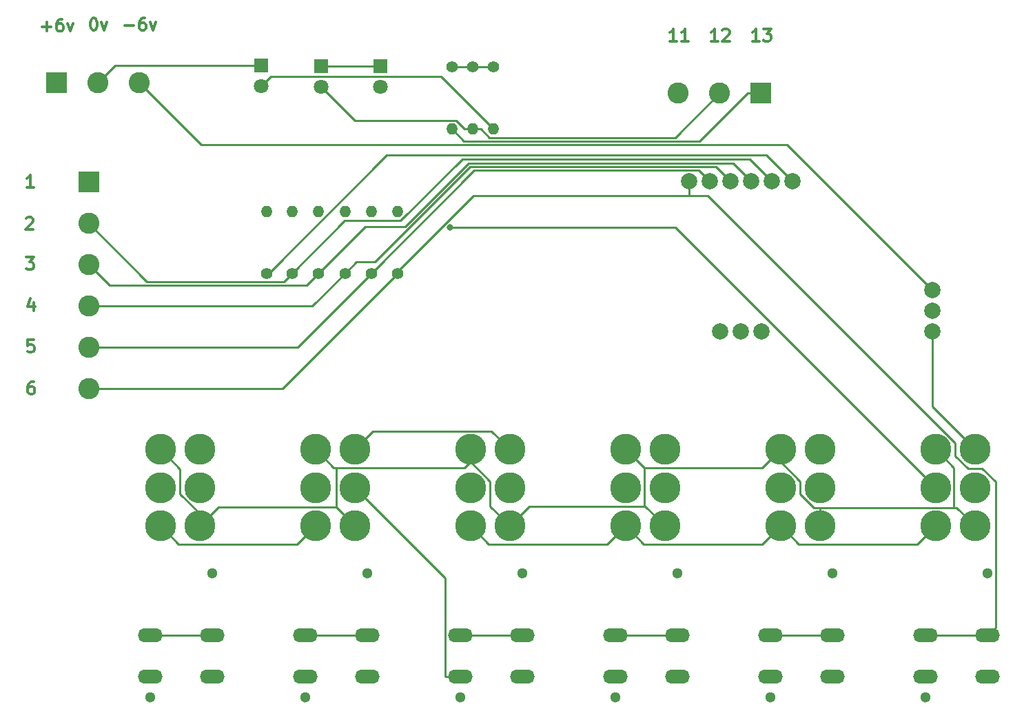
<source format=gbr>
G04 #@! TF.GenerationSoftware,KiCad,Pcbnew,(5.0.0)*
G04 #@! TF.CreationDate,2019-04-13T23:19:49+01:00*
G04 #@! TF.ProjectId,LS Tester,4C53205465737465722E6B696361645F,rev?*
G04 #@! TF.SameCoordinates,Original*
G04 #@! TF.FileFunction,Copper,L1,Top,Signal*
G04 #@! TF.FilePolarity,Positive*
%FSLAX46Y46*%
G04 Gerber Fmt 4.6, Leading zero omitted, Abs format (unit mm)*
G04 Created by KiCad (PCBNEW (5.0.0)) date 04/13/19 23:19:49*
%MOMM*%
%LPD*%
G01*
G04 APERTURE LIST*
G04 #@! TA.AperFunction,NonConductor*
%ADD10C,0.300000*%
G04 #@! TD*
G04 #@! TA.AperFunction,ComponentPad*
%ADD11C,1.300000*%
G04 #@! TD*
G04 #@! TA.AperFunction,ComponentPad*
%ADD12O,3.048000X1.727200*%
G04 #@! TD*
G04 #@! TA.AperFunction,ComponentPad*
%ADD13C,1.800000*%
G04 #@! TD*
G04 #@! TA.AperFunction,ComponentPad*
%ADD14R,1.800000X1.800000*%
G04 #@! TD*
G04 #@! TA.AperFunction,ComponentPad*
%ADD15C,2.000000*%
G04 #@! TD*
G04 #@! TA.AperFunction,ComponentPad*
%ADD16C,1.400000*%
G04 #@! TD*
G04 #@! TA.AperFunction,ComponentPad*
%ADD17O,1.400000X1.400000*%
G04 #@! TD*
G04 #@! TA.AperFunction,ComponentPad*
%ADD18C,3.810000*%
G04 #@! TD*
G04 #@! TA.AperFunction,ComponentPad*
%ADD19R,2.600000X2.600000*%
G04 #@! TD*
G04 #@! TA.AperFunction,ComponentPad*
%ADD20C,2.600000*%
G04 #@! TD*
G04 #@! TA.AperFunction,ViaPad*
%ADD21C,0.800000*%
G04 #@! TD*
G04 #@! TA.AperFunction,Conductor*
%ADD22C,0.250000*%
G04 #@! TD*
G04 APERTURE END LIST*
D10*
X194214785Y-59035071D02*
X193357642Y-59035071D01*
X193786214Y-59035071D02*
X193786214Y-57535071D01*
X193643357Y-57749357D01*
X193500500Y-57892214D01*
X193357642Y-57963642D01*
X194714785Y-57535071D02*
X195643357Y-57535071D01*
X195143357Y-58106500D01*
X195357642Y-58106500D01*
X195500500Y-58177928D01*
X195571928Y-58249357D01*
X195643357Y-58392214D01*
X195643357Y-58749357D01*
X195571928Y-58892214D01*
X195500500Y-58963642D01*
X195357642Y-59035071D01*
X194929071Y-59035071D01*
X194786214Y-58963642D01*
X194714785Y-58892214D01*
X189134785Y-59035071D02*
X188277642Y-59035071D01*
X188706214Y-59035071D02*
X188706214Y-57535071D01*
X188563357Y-57749357D01*
X188420500Y-57892214D01*
X188277642Y-57963642D01*
X189706214Y-57677928D02*
X189777642Y-57606500D01*
X189920500Y-57535071D01*
X190277642Y-57535071D01*
X190420500Y-57606500D01*
X190491928Y-57677928D01*
X190563357Y-57820785D01*
X190563357Y-57963642D01*
X190491928Y-58177928D01*
X189634785Y-59035071D01*
X190563357Y-59035071D01*
X184118285Y-59035071D02*
X183261142Y-59035071D01*
X183689714Y-59035071D02*
X183689714Y-57535071D01*
X183546857Y-57749357D01*
X183404000Y-57892214D01*
X183261142Y-57963642D01*
X185546857Y-59035071D02*
X184689714Y-59035071D01*
X185118285Y-59035071D02*
X185118285Y-57535071D01*
X184975428Y-57749357D01*
X184832571Y-57892214D01*
X184689714Y-57963642D01*
X116252857Y-57130142D02*
X117395714Y-57130142D01*
X118752857Y-56201571D02*
X118467142Y-56201571D01*
X118324285Y-56273000D01*
X118252857Y-56344428D01*
X118110000Y-56558714D01*
X118038571Y-56844428D01*
X118038571Y-57415857D01*
X118110000Y-57558714D01*
X118181428Y-57630142D01*
X118324285Y-57701571D01*
X118610000Y-57701571D01*
X118752857Y-57630142D01*
X118824285Y-57558714D01*
X118895714Y-57415857D01*
X118895714Y-57058714D01*
X118824285Y-56915857D01*
X118752857Y-56844428D01*
X118610000Y-56773000D01*
X118324285Y-56773000D01*
X118181428Y-56844428D01*
X118110000Y-56915857D01*
X118038571Y-57058714D01*
X119395714Y-56701571D02*
X119752857Y-57701571D01*
X120110000Y-56701571D01*
X112387142Y-56201571D02*
X112530000Y-56201571D01*
X112672857Y-56273000D01*
X112744285Y-56344428D01*
X112815714Y-56487285D01*
X112887142Y-56773000D01*
X112887142Y-57130142D01*
X112815714Y-57415857D01*
X112744285Y-57558714D01*
X112672857Y-57630142D01*
X112530000Y-57701571D01*
X112387142Y-57701571D01*
X112244285Y-57630142D01*
X112172857Y-57558714D01*
X112101428Y-57415857D01*
X112030000Y-57130142D01*
X112030000Y-56773000D01*
X112101428Y-56487285D01*
X112172857Y-56344428D01*
X112244285Y-56273000D01*
X112387142Y-56201571D01*
X113387142Y-56701571D02*
X113744285Y-57701571D01*
X114101428Y-56701571D01*
X106092857Y-57257142D02*
X107235714Y-57257142D01*
X106664285Y-57828571D02*
X106664285Y-56685714D01*
X108592857Y-56328571D02*
X108307142Y-56328571D01*
X108164285Y-56400000D01*
X108092857Y-56471428D01*
X107950000Y-56685714D01*
X107878571Y-56971428D01*
X107878571Y-57542857D01*
X107950000Y-57685714D01*
X108021428Y-57757142D01*
X108164285Y-57828571D01*
X108450000Y-57828571D01*
X108592857Y-57757142D01*
X108664285Y-57685714D01*
X108735714Y-57542857D01*
X108735714Y-57185714D01*
X108664285Y-57042857D01*
X108592857Y-56971428D01*
X108450000Y-56900000D01*
X108164285Y-56900000D01*
X108021428Y-56971428D01*
X107950000Y-57042857D01*
X107878571Y-57185714D01*
X109235714Y-56828571D02*
X109592857Y-57828571D01*
X109950000Y-56828571D01*
X105060714Y-100905571D02*
X104775000Y-100905571D01*
X104632142Y-100977000D01*
X104560714Y-101048428D01*
X104417857Y-101262714D01*
X104346428Y-101548428D01*
X104346428Y-102119857D01*
X104417857Y-102262714D01*
X104489285Y-102334142D01*
X104632142Y-102405571D01*
X104917857Y-102405571D01*
X105060714Y-102334142D01*
X105132142Y-102262714D01*
X105203571Y-102119857D01*
X105203571Y-101762714D01*
X105132142Y-101619857D01*
X105060714Y-101548428D01*
X104917857Y-101477000D01*
X104632142Y-101477000D01*
X104489285Y-101548428D01*
X104417857Y-101619857D01*
X104346428Y-101762714D01*
X105068642Y-95762071D02*
X104354357Y-95762071D01*
X104282928Y-96476357D01*
X104354357Y-96404928D01*
X104497214Y-96333500D01*
X104854357Y-96333500D01*
X104997214Y-96404928D01*
X105068642Y-96476357D01*
X105140071Y-96619214D01*
X105140071Y-96976357D01*
X105068642Y-97119214D01*
X104997214Y-97190642D01*
X104854357Y-97262071D01*
X104497214Y-97262071D01*
X104354357Y-97190642D01*
X104282928Y-97119214D01*
X105060714Y-91182071D02*
X105060714Y-92182071D01*
X104703571Y-90610642D02*
X104346428Y-91682071D01*
X105275000Y-91682071D01*
X104148000Y-85602071D02*
X105076571Y-85602071D01*
X104576571Y-86173500D01*
X104790857Y-86173500D01*
X104933714Y-86244928D01*
X105005142Y-86316357D01*
X105076571Y-86459214D01*
X105076571Y-86816357D01*
X105005142Y-86959214D01*
X104933714Y-87030642D01*
X104790857Y-87102071D01*
X104362285Y-87102071D01*
X104219428Y-87030642D01*
X104148000Y-86959214D01*
X104155928Y-80791928D02*
X104227357Y-80720500D01*
X104370214Y-80649071D01*
X104727357Y-80649071D01*
X104870214Y-80720500D01*
X104941642Y-80791928D01*
X105013071Y-80934785D01*
X105013071Y-81077642D01*
X104941642Y-81291928D01*
X104084500Y-82149071D01*
X105013071Y-82149071D01*
X105076571Y-77005571D02*
X104219428Y-77005571D01*
X104648000Y-77005571D02*
X104648000Y-75505571D01*
X104505142Y-75719857D01*
X104362285Y-75862714D01*
X104219428Y-75934142D01*
D11*
G04 #@! TO.P,SW1,4*
G04 #@! TO.N,N/C*
X127000000Y-124460000D03*
G04 #@! TO.P,SW1,3*
X119380000Y-139700000D03*
D12*
G04 #@! TO.P,SW1,1*
G04 #@! TO.N,Net-(SW1-Pad1)*
X119380000Y-137160000D03*
G04 #@! TO.P,SW1,0*
G04 #@! TO.N,1*
X119380000Y-132080000D03*
G04 #@! TO.P,SW1,2*
G04 #@! TO.N,N/C*
X127000000Y-137160000D03*
G04 #@! TO.P,SW1,0*
G04 #@! TO.N,1*
X127000000Y-132080000D03*
G04 #@! TD*
D11*
G04 #@! TO.P,SW2,4*
G04 #@! TO.N,N/C*
X165100000Y-124460000D03*
G04 #@! TO.P,SW2,3*
X157480000Y-139700000D03*
D12*
G04 #@! TO.P,SW2,1*
G04 #@! TO.N,Net-(SW2-Pad1)*
X157480000Y-137160000D03*
G04 #@! TO.P,SW2,0*
G04 #@! TO.N,2*
X157480000Y-132080000D03*
G04 #@! TO.P,SW2,2*
G04 #@! TO.N,N/C*
X165100000Y-137160000D03*
G04 #@! TO.P,SW2,0*
G04 #@! TO.N,2*
X165100000Y-132080000D03*
G04 #@! TD*
D11*
G04 #@! TO.P,SW3,4*
G04 #@! TO.N,N/C*
X146050000Y-124460000D03*
G04 #@! TO.P,SW3,3*
X138430000Y-139700000D03*
D12*
G04 #@! TO.P,SW3,1*
G04 #@! TO.N,Net-(SW3-Pad1)*
X138430000Y-137160000D03*
G04 #@! TO.P,SW3,0*
G04 #@! TO.N,3*
X138430000Y-132080000D03*
G04 #@! TO.P,SW3,2*
G04 #@! TO.N,N/C*
X146050000Y-137160000D03*
G04 #@! TO.P,SW3,0*
G04 #@! TO.N,3*
X146050000Y-132080000D03*
G04 #@! TD*
D11*
G04 #@! TO.P,SW4,4*
G04 #@! TO.N,N/C*
X184150000Y-124460000D03*
G04 #@! TO.P,SW4,3*
X176530000Y-139700000D03*
D12*
G04 #@! TO.P,SW4,1*
G04 #@! TO.N,Net-(SW10-Pad5)*
X176530000Y-137160000D03*
G04 #@! TO.P,SW4,0*
G04 #@! TO.N,4*
X176530000Y-132080000D03*
G04 #@! TO.P,SW4,2*
G04 #@! TO.N,N/C*
X184150000Y-137160000D03*
G04 #@! TO.P,SW4,0*
G04 #@! TO.N,4*
X184150000Y-132080000D03*
G04 #@! TD*
D11*
G04 #@! TO.P,SW5,4*
G04 #@! TO.N,N/C*
X203200000Y-124460000D03*
G04 #@! TO.P,SW5,3*
X195580000Y-139700000D03*
D12*
G04 #@! TO.P,SW5,1*
G04 #@! TO.N,Net-(SW11-Pad5)*
X195580000Y-137160000D03*
G04 #@! TO.P,SW5,0*
G04 #@! TO.N,5*
X195580000Y-132080000D03*
G04 #@! TO.P,SW5,2*
G04 #@! TO.N,N/C*
X203200000Y-137160000D03*
G04 #@! TO.P,SW5,0*
G04 #@! TO.N,5*
X203200000Y-132080000D03*
G04 #@! TD*
D11*
G04 #@! TO.P,SW6,4*
G04 #@! TO.N,N/C*
X222250000Y-124460000D03*
G04 #@! TO.P,SW6,3*
X214630000Y-139700000D03*
D12*
G04 #@! TO.P,SW6,1*
G04 #@! TO.N,Net-(SW12-Pad5)*
X214630000Y-137160000D03*
G04 #@! TO.P,SW6,0*
G04 #@! TO.N,6*
X214630000Y-132080000D03*
G04 #@! TO.P,SW6,2*
G04 #@! TO.N,N/C*
X222250000Y-137160000D03*
G04 #@! TO.P,SW6,0*
G04 #@! TO.N,6*
X222250000Y-132080000D03*
G04 #@! TD*
D13*
G04 #@! TO.P,D11,2*
G04 #@! TO.N,13*
X133032000Y-64579500D03*
D14*
G04 #@! TO.P,D11,1*
G04 #@! TO.N,0v*
X133032000Y-62039500D03*
G04 #@! TD*
D13*
G04 #@! TO.P,D12,2*
G04 #@! TO.N,12*
X140398000Y-64643000D03*
D14*
G04 #@! TO.P,D12,1*
G04 #@! TO.N,0v*
X140398000Y-62103000D03*
G04 #@! TD*
D13*
G04 #@! TO.P,D13,2*
G04 #@! TO.N,11*
X147701000Y-64643000D03*
D14*
G04 #@! TO.P,D13,1*
G04 #@! TO.N,0v*
X147701000Y-62103000D03*
G04 #@! TD*
D15*
G04 #@! TO.P,J1,13*
G04 #@! TO.N,13*
X189420000Y-94678500D03*
G04 #@! TO.P,J1,12*
G04 #@! TO.N,12*
X191960000Y-94678500D03*
G04 #@! TO.P,J1,11*
G04 #@! TO.N,11*
X194500000Y-94678500D03*
G04 #@! TO.P,J1,6*
G04 #@! TO.N,6*
X185610000Y-76263500D03*
G04 #@! TO.P,J1,5*
G04 #@! TO.N,5*
X188150000Y-76263500D03*
G04 #@! TO.P,J1,4*
G04 #@! TO.N,4*
X190690000Y-76263500D03*
G04 #@! TO.P,J1,3*
G04 #@! TO.N,3*
X193230000Y-76263500D03*
G04 #@! TO.P,J1,2*
G04 #@! TO.N,2*
X195770000Y-76263500D03*
G04 #@! TO.P,J1,1*
G04 #@! TO.N,1*
X198310000Y-76263500D03*
G04 #@! TO.P,J1,23*
G04 #@! TO.N,Net-(J1-Pad23)*
X215455000Y-89598500D03*
G04 #@! TO.P,J1,22*
G04 #@! TO.N,0v*
X215455000Y-92138500D03*
G04 #@! TO.P,J1,21*
G04 #@! TO.N,+6v*
X215455000Y-94678500D03*
G04 #@! TD*
D16*
G04 #@! TO.P,R1,1*
G04 #@! TO.N,1*
X133667000Y-87567000D03*
D17*
G04 #@! TO.P,R1,2*
G04 #@! TO.N,Net-(R1-Pad2)*
X133667000Y-79947000D03*
G04 #@! TD*
D16*
G04 #@! TO.P,R2,1*
G04 #@! TO.N,2*
X136843000Y-87567000D03*
D17*
G04 #@! TO.P,R2,2*
G04 #@! TO.N,Net-(R2-Pad2)*
X136843000Y-79947000D03*
G04 #@! TD*
D16*
G04 #@! TO.P,R3,1*
G04 #@! TO.N,3*
X140081000Y-87567000D03*
D17*
G04 #@! TO.P,R3,2*
G04 #@! TO.N,Net-(R3-Pad2)*
X140081000Y-79947000D03*
G04 #@! TD*
D16*
G04 #@! TO.P,R4,1*
G04 #@! TO.N,4*
X143319000Y-87567000D03*
D17*
G04 #@! TO.P,R4,2*
G04 #@! TO.N,Net-(R4-Pad2)*
X143319000Y-79947000D03*
G04 #@! TD*
D16*
G04 #@! TO.P,R5,1*
G04 #@! TO.N,5*
X146558000Y-87567000D03*
D17*
G04 #@! TO.P,R5,2*
G04 #@! TO.N,Net-(R5-Pad2)*
X146558000Y-79947000D03*
G04 #@! TD*
D16*
G04 #@! TO.P,R6,1*
G04 #@! TO.N,6*
X149797000Y-87567000D03*
D17*
G04 #@! TO.P,R6,2*
G04 #@! TO.N,Net-(R6-Pad2)*
X149797000Y-79947000D03*
G04 #@! TD*
D16*
G04 #@! TO.P,R11,1*
G04 #@! TO.N,+6v*
X156464000Y-62230000D03*
D17*
G04 #@! TO.P,R11,2*
G04 #@! TO.N,11*
X156464000Y-69850000D03*
G04 #@! TD*
D16*
G04 #@! TO.P,R12,1*
G04 #@! TO.N,+6v*
X159004000Y-62230000D03*
D17*
G04 #@! TO.P,R12,2*
G04 #@! TO.N,12*
X159004000Y-69850000D03*
G04 #@! TD*
D16*
G04 #@! TO.P,R13,1*
G04 #@! TO.N,+6v*
X161544000Y-62230000D03*
D17*
G04 #@! TO.P,R13,2*
G04 #@! TO.N,13*
X161544000Y-69850000D03*
G04 #@! TD*
D18*
G04 #@! TO.P,SW7,6*
G04 #@! TO.N,0v*
X125476000Y-118618000D03*
G04 #@! TO.P,SW7,3*
G04 #@! TO.N,+6v*
X120650000Y-118618000D03*
G04 #@! TO.P,SW7,1*
G04 #@! TO.N,0v*
X120650000Y-109220000D03*
G04 #@! TO.P,SW7,4*
G04 #@! TO.N,+6v*
X125476000Y-109220000D03*
G04 #@! TO.P,SW7,2*
G04 #@! TO.N,Net-(R1-Pad2)*
X120650000Y-113919000D03*
G04 #@! TO.P,SW7,5*
G04 #@! TO.N,Net-(SW1-Pad1)*
X125476000Y-113919000D03*
G04 #@! TD*
G04 #@! TO.P,SW8,6*
G04 #@! TO.N,0v*
X144526000Y-118618000D03*
G04 #@! TO.P,SW8,3*
G04 #@! TO.N,+6v*
X139700000Y-118618000D03*
G04 #@! TO.P,SW8,1*
G04 #@! TO.N,0v*
X139700000Y-109220000D03*
G04 #@! TO.P,SW8,4*
G04 #@! TO.N,+6v*
X144526000Y-109220000D03*
G04 #@! TO.P,SW8,2*
G04 #@! TO.N,Net-(R2-Pad2)*
X139700000Y-113919000D03*
G04 #@! TO.P,SW8,5*
G04 #@! TO.N,Net-(SW2-Pad1)*
X144526000Y-113919000D03*
G04 #@! TD*
G04 #@! TO.P,SW9,6*
G04 #@! TO.N,0v*
X163576000Y-118618000D03*
G04 #@! TO.P,SW9,3*
G04 #@! TO.N,+6v*
X158750000Y-118618000D03*
G04 #@! TO.P,SW9,1*
G04 #@! TO.N,0v*
X158750000Y-109220000D03*
G04 #@! TO.P,SW9,4*
G04 #@! TO.N,+6v*
X163576000Y-109220000D03*
G04 #@! TO.P,SW9,2*
G04 #@! TO.N,Net-(R3-Pad2)*
X158750000Y-113919000D03*
G04 #@! TO.P,SW9,5*
G04 #@! TO.N,Net-(SW3-Pad1)*
X163576000Y-113919000D03*
G04 #@! TD*
G04 #@! TO.P,SW10,6*
G04 #@! TO.N,0v*
X182626000Y-118618000D03*
G04 #@! TO.P,SW10,3*
G04 #@! TO.N,+6v*
X177800000Y-118618000D03*
G04 #@! TO.P,SW10,1*
G04 #@! TO.N,0v*
X177800000Y-109220000D03*
G04 #@! TO.P,SW10,4*
G04 #@! TO.N,+6v*
X182626000Y-109220000D03*
G04 #@! TO.P,SW10,2*
G04 #@! TO.N,Net-(R4-Pad2)*
X177800000Y-113919000D03*
G04 #@! TO.P,SW10,5*
G04 #@! TO.N,Net-(SW10-Pad5)*
X182626000Y-113919000D03*
G04 #@! TD*
G04 #@! TO.P,SW11,6*
G04 #@! TO.N,0v*
X201676000Y-118618000D03*
G04 #@! TO.P,SW11,3*
G04 #@! TO.N,+6v*
X196850000Y-118618000D03*
G04 #@! TO.P,SW11,1*
G04 #@! TO.N,0v*
X196850000Y-109220000D03*
G04 #@! TO.P,SW11,4*
G04 #@! TO.N,+6v*
X201676000Y-109220000D03*
G04 #@! TO.P,SW11,2*
G04 #@! TO.N,Net-(R5-Pad2)*
X196850000Y-113919000D03*
G04 #@! TO.P,SW11,5*
G04 #@! TO.N,Net-(SW11-Pad5)*
X201676000Y-113919000D03*
G04 #@! TD*
G04 #@! TO.P,SW12,6*
G04 #@! TO.N,0v*
X220726000Y-118618000D03*
G04 #@! TO.P,SW12,3*
G04 #@! TO.N,+6v*
X215900000Y-118618000D03*
G04 #@! TO.P,SW12,1*
G04 #@! TO.N,0v*
X215900000Y-109220000D03*
G04 #@! TO.P,SW12,4*
G04 #@! TO.N,+6v*
X220726000Y-109220000D03*
G04 #@! TO.P,SW12,2*
G04 #@! TO.N,Net-(R6-Pad2)*
X215900000Y-113919000D03*
G04 #@! TO.P,SW12,5*
G04 #@! TO.N,Net-(SW12-Pad5)*
X220726000Y-113919000D03*
G04 #@! TD*
D19*
G04 #@! TO.P,J2,1*
G04 #@! TO.N,+6v*
X107886000Y-64135000D03*
D20*
G04 #@! TO.P,J2,2*
G04 #@! TO.N,0v*
X112966000Y-64135000D03*
G04 #@! TO.P,J2,3*
G04 #@! TO.N,Net-(J1-Pad23)*
X118046000Y-64135000D03*
G04 #@! TD*
G04 #@! TO.P,J3,3*
G04 #@! TO.N,13*
X184277000Y-65405000D03*
G04 #@! TO.P,J3,2*
G04 #@! TO.N,12*
X189357000Y-65405000D03*
D19*
G04 #@! TO.P,J3,1*
G04 #@! TO.N,11*
X194437000Y-65405000D03*
G04 #@! TD*
G04 #@! TO.P,J4,1*
G04 #@! TO.N,1*
X111824000Y-76327000D03*
D20*
G04 #@! TO.P,J4,2*
G04 #@! TO.N,2*
X111824000Y-81407000D03*
G04 #@! TO.P,J4,3*
G04 #@! TO.N,3*
X111824000Y-86487000D03*
G04 #@! TO.P,J4,4*
G04 #@! TO.N,4*
X111824000Y-91567000D03*
G04 #@! TO.P,J4,5*
G04 #@! TO.N,5*
X111824000Y-96647000D03*
G04 #@! TO.P,J4,6*
G04 #@! TO.N,6*
X111824000Y-101727000D03*
G04 #@! TD*
D21*
G04 #@! TO.N,Net-(R6-Pad2)*
X156231600Y-81921400D03*
G04 #@! TD*
D22*
G04 #@! TO.N,+6v*
X196850000Y-118618000D02*
X199083800Y-120851800D01*
X199083800Y-120851800D02*
X213666200Y-120851800D01*
X213666200Y-120851800D02*
X215900000Y-118618000D01*
X220726000Y-109220000D02*
X215455000Y-103949000D01*
X215455000Y-103949000D02*
X215455000Y-94678500D01*
X177800000Y-118618000D02*
X180030400Y-120848400D01*
X180030400Y-120848400D02*
X194619600Y-120848400D01*
X194619600Y-120848400D02*
X196850000Y-118618000D01*
X158750000Y-118618000D02*
X160980400Y-120848400D01*
X160980400Y-120848400D02*
X175569600Y-120848400D01*
X175569600Y-120848400D02*
X177800000Y-118618000D01*
X144526000Y-109220000D02*
X146756400Y-106989600D01*
X146756400Y-106989600D02*
X161345600Y-106989600D01*
X161345600Y-106989600D02*
X163576000Y-109220000D01*
X159004000Y-62230000D02*
X156464000Y-62230000D01*
X161544000Y-62230000D02*
X159004000Y-62230000D01*
X139700000Y-118618000D02*
X137442900Y-120875100D01*
X137442900Y-120875100D02*
X122907100Y-120875100D01*
X122907100Y-120875100D02*
X120650000Y-118618000D01*
G04 #@! TO.N,0v*
X196094100Y-109975900D02*
X196850000Y-109220000D01*
X180062200Y-111482200D02*
X194587800Y-111482200D01*
X194587800Y-111482200D02*
X196094100Y-109975900D01*
X201676000Y-116341900D02*
X200919800Y-116341900D01*
X200919800Y-116341900D02*
X199263000Y-114685100D01*
X199263000Y-114685100D02*
X199263000Y-113144800D01*
X199263000Y-113144800D02*
X196094100Y-109975900D01*
X201676000Y-116341900D02*
X218131200Y-116341900D01*
X201676000Y-118618000D02*
X201676000Y-116341900D01*
X180062200Y-111482200D02*
X177800000Y-109220000D01*
X180062200Y-116205000D02*
X180062200Y-111482200D01*
X180062200Y-116205000D02*
X165989000Y-116205000D01*
X165989000Y-116205000D02*
X163576000Y-118618000D01*
X182626000Y-118618000D02*
X180213000Y-116205000D01*
X180213000Y-116205000D02*
X180062200Y-116205000D01*
X158727100Y-110688400D02*
X161163000Y-113124300D01*
X161163000Y-113124300D02*
X161163000Y-116205000D01*
X161163000Y-116205000D02*
X163576000Y-118618000D01*
X218131200Y-116341900D02*
X218449900Y-116341900D01*
X218449900Y-116341900D02*
X220726000Y-118618000D01*
X215900000Y-109220000D02*
X218131200Y-111451200D01*
X218131200Y-111451200D02*
X218131200Y-116341900D01*
X147701000Y-62103000D02*
X140398000Y-62103000D01*
X142225700Y-111450400D02*
X157965100Y-111450400D01*
X157965100Y-111450400D02*
X158727100Y-110688400D01*
X158750000Y-109220000D02*
X158727100Y-109242900D01*
X158727100Y-109242900D02*
X158727100Y-110688400D01*
X126245300Y-117848700D02*
X125476000Y-118618000D01*
X142225700Y-116317700D02*
X127776300Y-116317700D01*
X127776300Y-116317700D02*
X126245300Y-117848700D01*
X120650000Y-109220000D02*
X123063100Y-111633100D01*
X123063100Y-111633100D02*
X123063100Y-114666500D01*
X123063100Y-114666500D02*
X126245300Y-117848700D01*
X142225700Y-116317700D02*
X144526000Y-118618000D01*
X142225700Y-111450400D02*
X142225700Y-116317700D01*
X142225700Y-111450400D02*
X141930400Y-111450400D01*
X141930400Y-111450400D02*
X139700000Y-109220000D01*
X112966000Y-64135000D02*
X115061500Y-62039500D01*
X115061500Y-62039500D02*
X133032000Y-62039500D01*
G04 #@! TO.N,1*
X133667000Y-87567000D02*
X133957800Y-87567000D01*
X133957800Y-87567000D02*
X148451500Y-73073300D01*
X148451500Y-73073300D02*
X195119800Y-73073300D01*
X195119800Y-73073300D02*
X198310000Y-76263500D01*
X127000000Y-132080000D02*
X119380000Y-132080000D01*
G04 #@! TO.N,2*
X136843000Y-87567000D02*
X143311500Y-81098500D01*
X143311500Y-81098500D02*
X150145300Y-81098500D01*
X150145300Y-81098500D02*
X157718200Y-73525600D01*
X157718200Y-73525600D02*
X193032100Y-73525600D01*
X193032100Y-73525600D02*
X195770000Y-76263500D01*
X111824000Y-81407000D02*
X119010500Y-88593500D01*
X119010500Y-88593500D02*
X135816500Y-88593500D01*
X135816500Y-88593500D02*
X136843000Y-87567000D01*
X157480000Y-132080000D02*
X165100000Y-132080000D01*
G04 #@! TO.N,3*
X140081000Y-87567000D02*
X145824300Y-81823700D01*
X145824300Y-81823700D02*
X150693900Y-81823700D01*
X150693900Y-81823700D02*
X158491600Y-74026000D01*
X158491600Y-74026000D02*
X190992500Y-74026000D01*
X190992500Y-74026000D02*
X193230000Y-76263500D01*
X111824000Y-86487000D02*
X114380900Y-89043900D01*
X114380900Y-89043900D02*
X138604100Y-89043900D01*
X138604100Y-89043900D02*
X140081000Y-87567000D01*
X146050000Y-132080000D02*
X138430000Y-132080000D01*
G04 #@! TO.N,4*
X143319000Y-87567000D02*
X144710200Y-86175800D01*
X144710200Y-86175800D02*
X146978700Y-86175800D01*
X146978700Y-86175800D02*
X158673000Y-74481500D01*
X158673000Y-74481500D02*
X188908000Y-74481500D01*
X188908000Y-74481500D02*
X190690000Y-76263500D01*
X111824000Y-91567000D02*
X139319000Y-91567000D01*
X139319000Y-91567000D02*
X143319000Y-87567000D01*
X184150000Y-132080000D02*
X176530000Y-132080000D01*
G04 #@! TO.N,5*
X188150000Y-76263500D02*
X186821500Y-74935000D01*
X186821500Y-74935000D02*
X159190000Y-74935000D01*
X159190000Y-74935000D02*
X146558000Y-87567000D01*
X203200000Y-132080000D02*
X195580000Y-132080000D01*
X111824000Y-96647000D02*
X137478000Y-96647000D01*
X137478000Y-96647000D02*
X146558000Y-87567000D01*
G04 #@! TO.N,6*
X185610000Y-78025300D02*
X159102000Y-78025300D01*
X159102000Y-78025300D02*
X149797000Y-87330300D01*
X149797000Y-87330300D02*
X149797000Y-87567000D01*
X111824000Y-101727000D02*
X135637000Y-101727000D01*
X135637000Y-101727000D02*
X149797000Y-87567000D01*
X185610000Y-78025300D02*
X187910900Y-78025300D01*
X187910900Y-78025300D02*
X218313000Y-108427400D01*
X218313000Y-108427400D02*
X218313000Y-109993100D01*
X218313000Y-109993100D02*
X219889400Y-111569500D01*
X219889400Y-111569500D02*
X221614600Y-111569500D01*
X221614600Y-111569500D02*
X223241100Y-113196000D01*
X223241100Y-113196000D02*
X223241100Y-131088900D01*
X223241100Y-131088900D02*
X222250000Y-132080000D01*
X185610000Y-78025300D02*
X185610000Y-76263500D01*
X222250000Y-132080000D02*
X214630000Y-132080000D01*
G04 #@! TO.N,11*
X194437000Y-65405000D02*
X192811700Y-65405000D01*
X192811700Y-65405000D02*
X186890100Y-71326600D01*
X186890100Y-71326600D02*
X157940600Y-71326600D01*
X157940600Y-71326600D02*
X156464000Y-69850000D01*
G04 #@! TO.N,12*
X189357000Y-65405000D02*
X183886700Y-70875300D01*
X183886700Y-70875300D02*
X161054600Y-70875300D01*
X161054600Y-70875300D02*
X160029300Y-69850000D01*
X159004000Y-69850000D02*
X160029300Y-69850000D01*
X158491400Y-69850000D02*
X159004000Y-69850000D01*
X158491400Y-69850000D02*
X157978700Y-69850000D01*
X157978700Y-69850000D02*
X156953400Y-68824700D01*
X156953400Y-68824700D02*
X144579700Y-68824700D01*
X144579700Y-68824700D02*
X140398000Y-64643000D01*
G04 #@! TO.N,13*
X161544000Y-69850000D02*
X155100600Y-63406600D01*
X155100600Y-63406600D02*
X134204900Y-63406600D01*
X134204900Y-63406600D02*
X133032000Y-64579500D01*
G04 #@! TO.N,Net-(J1-Pad23)*
X118046000Y-64135000D02*
X125688000Y-71777000D01*
X125688000Y-71777000D02*
X197633500Y-71777000D01*
X197633500Y-71777000D02*
X215455000Y-89598500D01*
G04 #@! TO.N,Net-(R6-Pad2)*
X215900000Y-113919000D02*
X183902400Y-81921400D01*
X183902400Y-81921400D02*
X156231600Y-81921400D01*
G04 #@! TO.N,Net-(SW2-Pad1)*
X157480000Y-137160000D02*
X155630700Y-137160000D01*
X144526000Y-113919000D02*
X155630700Y-125023700D01*
X155630700Y-125023700D02*
X155630700Y-137160000D01*
G04 #@! TD*
M02*

</source>
